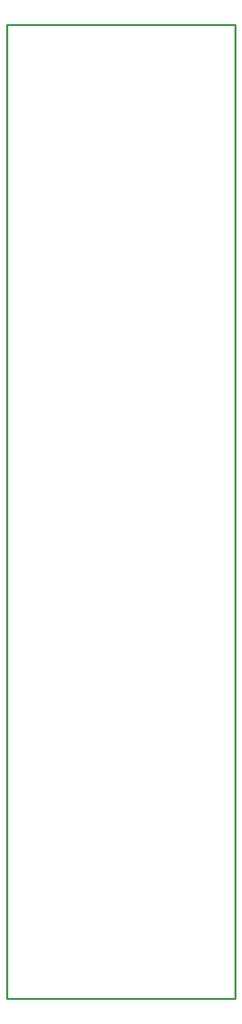
<source format=gko>
G04 Layer: BoardOutlineLayer*
G04 EasyEDA v6.5.47, 2024-12-16 18:16:38*
G04 268b8e850bac467aae997c2779a4d6d9,381f0eae51a44e099b53e3fe18832c3b,10*
G04 Gerber Generator version 0.2*
G04 Scale: 100 percent, Rotated: No, Reflected: No *
G04 Dimensions in millimeters *
G04 leading zeros omitted , absolute positions ,4 integer and 5 decimal *
%FSLAX45Y45*%
%MOMM*%

%ADD10C,0.2540*%
D10*
X3517900Y12103100D02*
G01*
X3517900Y12052300D01*
X3517900Y101600D01*
X698500Y101600D01*
X698500Y12103100D01*
X698500Y12065000D01*
X698500Y12103100D02*
G01*
X3511550Y12103100D01*

%LPD*%
M02*

</source>
